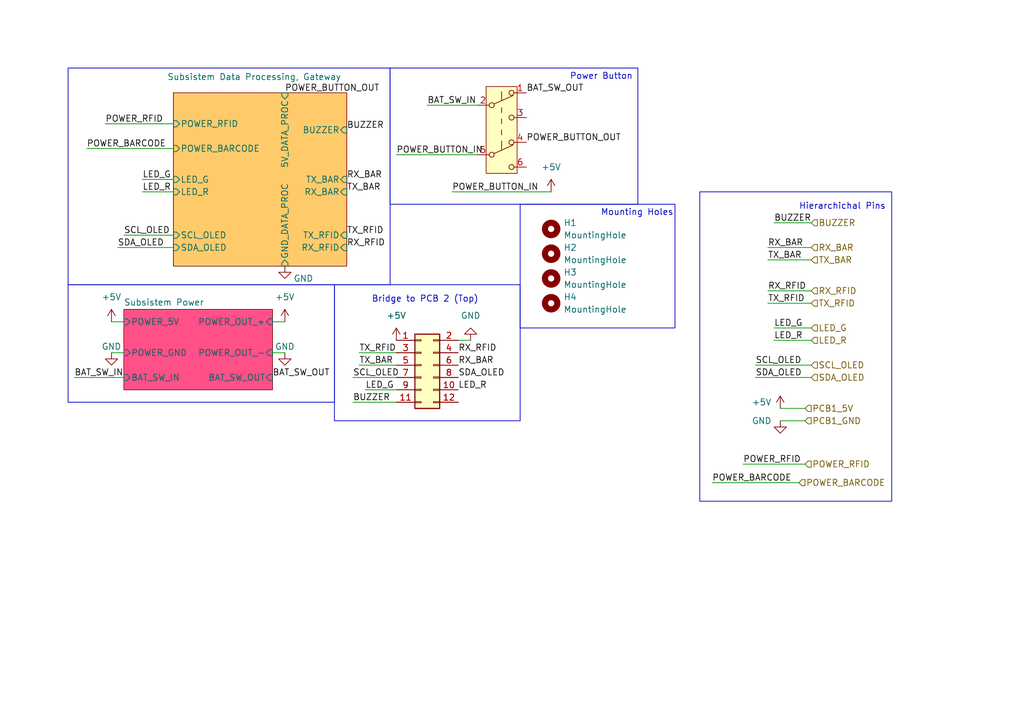
<source format=kicad_sch>
(kicad_sch (version 20230121) (generator eeschema)
  (paper "A5")
  (title_block (title "Data Processing, Power, and Gateway (PCB1)") (date "2024-03-05") (rev "1.5") (company "Institut Teknologi Bandung") (comment 1 "Bostang Palaguna") (comment 2 "Designed By:"))
  (lib_symbols
    (symbol "Connector_Generic:Conn_02x06_Odd_Even" (pin_names (offset 1.016) hide)
      (property "Reference" "J" (at 1.27 7.62 0))
      (property "Value" "Conn_02x06_Odd_Even" (at 1.27 -10.16 0))
      (symbol "Conn_02x06_Odd_Even_1_1"
        (rectangle (start -1.27 -7.493) (end 0 -7.747) (stroke (width 0.1524)))
        (rectangle (start -1.27 -4.953) (end 0 -5.207) (stroke (width 0.1524)))
        (rectangle (start -1.27 -2.413) (end 0 -2.667) (stroke (width 0.1524)))
        (rectangle (start -1.27 0.127) (end 0 -0.127) (stroke (width 0.1524)))
        (rectangle (start -1.27 2.667) (end 0 2.413) (stroke (width 0.1524)))
        (rectangle (start -1.27 5.207) (end 0 4.953) (stroke (width 0.1524)))
        (rectangle (start -1.27 6.35) (end 3.81 -8.89) (stroke (width 0.254)) (fill (type background)))
        (rectangle (start 3.81 -7.493) (end 2.54 -7.747) (stroke (width 0.1524)))
        (rectangle (start 3.81 -4.953) (end 2.54 -5.207) (stroke (width 0.1524)))
        (rectangle (start 3.81 -2.413) (end 2.54 -2.667) (stroke (width 0.1524)))
        (rectangle (start 3.81 0.127) (end 2.54 -0.127) (stroke (width 0.1524)))
        (rectangle (start 3.81 2.667) (end 2.54 2.413) (stroke (width 0.1524)))
        (rectangle (start 3.81 5.207) (end 2.54 4.953) (stroke (width 0.1524)))
        (pin passive line (at -5.08 5.08 0) (length 3.81) (name "Pin_1") (number "1"))
        (pin passive line (at 7.62 -5.08 180) (length 3.81) (name "Pin_10") (number "10"))
        (pin passive line (at -5.08 -7.62 0) (length 3.81) (name "Pin_11") (number "11"))
        (pin passive line (at 7.62 -7.62 180) (length 3.81) (name "Pin_12") (number "12"))
        (pin passive line (at 7.62 5.08 180) (length 3.81) (name "Pin_2") (number "2"))
        (pin passive line (at -5.08 2.54 0) (length 3.81) (name "Pin_3") (number "3"))
        (pin passive line (at 7.62 2.54 180) (length 3.81) (name "Pin_4") (number "4"))
        (pin passive line (at -5.08 0 0) (length 3.81) (name "Pin_5") (number "5"))
        (pin passive line (at 7.62 0 180) (length 3.81) (name "Pin_6") (number "6"))
        (pin passive line (at -5.08 -2.54 0) (length 3.81) (name "Pin_7") (number "7"))
        (pin passive line (at 7.62 -2.54 180) (length 3.81) (name "Pin_8") (number "8"))
        (pin passive line (at -5.08 -5.08 0) (length 3.81) (name "Pin_9") (number "9"))
      )
    )
    (symbol "Mechanical:MountingHole" (pin_names (offset 1.016))
      (property "Reference" "H" (at 0 5.08 0))
      (property "Value" "MountingHole" (at 0 3.175 0))
      (symbol "MountingHole_0_1"
        (circle (center 0 0) (radius 1.27) (stroke (width 1.27)))
      )
    )
    (symbol "Switch:SW_Push_DPDT" (pin_names (offset 0) hide)
      (property "Reference" "SW" (at 0 10.16 0))
      (property "Value" "SW_Push_DPDT" (at 0 -10.16 0))
      (symbol "SW_Push_DPDT_0_0"
        (circle (center -2.032 -5.08) (radius 0.508))
        (circle (center -2.032 5.08) (radius 0.508))
        (circle (center 2.032 -7.62) (radius 0.508))
        (circle (center 2.032 2.54) (radius 0.508))
      )
      (symbol "SW_Push_DPDT_0_1"
        (polyline (pts (xy -1.524 -4.826) (xy 2.3368 -3.0988)))
        (polyline (pts (xy -1.524 5.334) (xy 2.3368 7.0612)))
        (polyline (pts (xy 0 -2.286) (xy 0 -4.064)))
        (polyline (pts (xy 0 -1.016) (xy 0 0)))
        (polyline (pts (xy 0 1.27) (xy 0 2.286)))
        (polyline (pts (xy 0 3.556) (xy 0 4.572)))
        (polyline (pts (xy 0 7.874) (xy 0 6.096)))
        (circle (center 2.032 -2.54) (radius 0.508))
        (circle (center 2.032 7.62) (radius 0.508))
      )
      (symbol "SW_Push_DPDT_1_1"
        (rectangle (start -3.175 8.89) (end 3.175 -8.89) (fill (type background)))
        (pin passive line (at 5.08 7.62 180) (length 2.54) (name "A") (number "1"))
        (pin passive line (at -5.08 5.08 0) (length 2.54) (name "B") (number "2"))
        (pin passive line (at 5.08 2.54 180) (length 2.54) (name "C") (number "3"))
        (pin passive line (at 5.08 -2.54 180) (length 2.54) (name "A") (number "4"))
        (pin passive line (at -5.08 -5.08 0) (length 2.54) (name "B") (number "5"))
        (pin passive line (at 5.08 -7.62 180) (length 2.54) (name "C") (number "6"))
      )
    )
    (symbol "power:+5V" (power) (pin_names (offset 0))
      (property "Value" "+5V" (at 0 3.556 0))
      (symbol "+5V_0_1"
        (polyline (pts (xy -0.762 1.27) (xy 0 2.54)))
        (polyline (pts (xy 0 0) (xy 0 2.54)))
        (polyline (pts (xy 0 2.54) (xy 0.762 1.27)))
      )
      (symbol "+5V_1_1"
        (pin power_in line (at 0 0 90) (length 0) hide (name "+5V") (number "1"))
      )
    )
    (symbol "power:GND" (power) (pin_names (offset 0))
      (property "Value" "GND" (at 0 -3.81 0))
      (symbol "GND_0_1"
        (polyline (pts (xy 0 0) (xy 0 -1.27) (xy 1.27 -1.27) (xy 0 -2.54) (xy -1.27 -1.27) (xy 0 -1.27)))
      )
      (symbol "GND_1_1"
        (pin power_in line (at 0 0 270) (length 0) hide (name "GND") (number "1"))
      )
    )
  )
  (wire (pts (xy 152.4 95.25) (xy 165.1 95.25)))
  (wire (pts (xy 22.86 66.04) (xy 25.4 66.04)))
  (wire (pts (xy 157.48 59.69) (xy 166.37 59.69)))
  (wire (pts (xy 157.48 62.23) (xy 166.37 62.23)))
  (wire (pts (xy 154.94 74.93) (xy 166.37 74.93)))
  (wire (pts (xy 113.03 39.37) (xy 92.71 39.37)))
  (wire (pts (xy 21.59 25.4) (xy 35.56 25.4)))
  (wire (pts (xy 87.63 21.59) (xy 97.79 21.59)))
  (wire (pts (xy 154.94 77.47) (xy 166.37 77.47)))
  (wire (pts (xy 160.02 83.82) (xy 165.1 83.82)))
  (wire (pts (xy 96.52 69.85) (xy 93.98 69.85)))
  (wire (pts (xy 55.88 72.39) (xy 58.42 72.39)))
  (wire (pts (xy 74.93 80.01) (xy 81.28 80.01)))
  (wire (pts (xy 72.39 82.55) (xy 81.28 82.55)))
  (wire (pts (xy 29.21 39.37) (xy 35.56 39.37)))
  (wire (pts (xy 24.13 50.8) (xy 35.56 50.8)))
  (wire (pts (xy 81.28 31.75) (xy 97.79 31.75)))
  (wire (pts (xy 15.24 77.47) (xy 25.4 77.47)))
  (wire (pts (xy 158.75 69.85) (xy 166.37 69.85)))
  (wire (pts (xy 158.75 67.31) (xy 166.37 67.31)))
  (wire (pts (xy 73.66 72.39) (xy 81.28 72.39)))
  (wire (pts (xy 17.78 30.48) (xy 35.56 30.48)))
  (wire (pts (xy 29.21 36.83) (xy 35.56 36.83)))
  (wire (pts (xy 157.48 53.34) (xy 166.37 53.34)))
  (wire (pts (xy 22.86 72.39) (xy 25.4 72.39)))
  (wire (pts (xy 25.4 48.26) (xy 35.56 48.26)))
  (wire (pts (xy 157.48 50.8) (xy 166.37 50.8)))
  (wire (pts (xy 72.39 77.47) (xy 81.28 77.47)))
  (wire (pts (xy 55.88 66.04) (xy 58.42 66.04)))
  (wire (pts (xy 73.66 74.93) (xy 81.28 74.93)))
  (wire (pts (xy 146.05 99.06) (xy 163.83 99.06)))
  (wire (pts (xy 160.02 86.36) (xy 165.1 86.36)))
  (wire (pts (xy 158.75 45.72) (xy 166.37 45.72)))
  (rectangle (start 80.01 13.97) (end 130.81 41.91))
  (rectangle (start 13.97 13.97) (end 80.01 58.42))
  (rectangle (start 143.51 39.37) (end 182.88 102.87))
  (rectangle (start 13.97 58.42) (end 68.58 82.55))
  (rectangle (start 68.58 58.42) (end 106.68 86.36))
  (rectangle (start 106.68 41.91) (end 138.43 67.31))
  (text "Hierarchichal Pins" (at 163.83 43.18 0) (effects (font (size 1.27 1.27)) (justify left bottom)))
  (text "Bridge to PCB 2 (Top)" (at 76.2 62.23 0) (effects (font (size 1.27 1.27)) (justify left bottom)))
  (text "Mounting Holes" (at 123.19 44.45 0) (effects (font (size 1.27 1.27)) (justify left bottom)))
  (text "Power Button" (at 116.84 16.51 0) (effects (font (size 1.27 1.27)) (justify left bottom)))
  (label "LED_R" (at 29.21 39.37 0))
  (label "BAT_SW_OUT" (at 107.95 19.05 0))
  (label "TX_RFID" (at 73.66 72.39 0))
  (label "BUZZER" (at 158.75 45.72 0))
  (label "POWER_BARCODE" (at 146.05 99.06 0))
  (label "POWER_RFID" (at 152.4 95.25 0))
  (label "RX_BAR" (at 71.12 36.83 0))
  (label "POWER_BUTTON_IN" (at 92.71 39.37 0))
  (label "RX_RFID" (at 157.48 59.69 0))
  (label "LED_G" (at 158.75 67.31 0))
  (label "RX_BAR" (at 157.48 50.8 0))
  (label "POWER_RFID" (at 21.59 25.4 0))
  (label "BAT_SW_OUT" (at 55.88 77.47 0))
  (label "SDA_OLED" (at 93.98 77.47 0))
  (label "SDA_OLED" (at 154.94 77.47 0))
  (label "LED_R" (at 93.98 80.01 0))
  (label "TX_BAR" (at 157.48 53.34 0))
  (label "RX_BAR" (at 93.98 74.93 0))
  (label "BUZZER" (at 71.12 26.67 0))
  (label "TX_RFID" (at 157.48 62.23 0))
  (label "BAT_SW_IN" (at 87.63 21.59 0))
  (label "SCL_OLED" (at 154.94 74.93 0))
  (label "LED_G" (at 29.21 36.83 0))
  (label "SCL_OLED" (at 25.4 48.26 0))
  (label "POWER_BUTTON_OUT" (at 107.95 29.21 0))
  (label "TX_BAR" (at 73.66 74.93 0))
  (label "BAT_SW_IN" (at 15.24 77.47 0))
  (label "SCL_OLED" (at 72.39 77.47 0))
  (label "SDA_OLED" (at 24.13 50.8 0))
  (label "BUZZER" (at 72.39 82.55 0))
  (label "TX_RFID" (at 71.12 48.26 0))
  (label "LED_R" (at 158.75 69.85 0))
  (label "POWER_BARCODE" (at 17.78 30.48 0))
  (label "POWER_BUTTON_IN" (at 81.28 31.75 0))
  (label "RX_RFID" (at 71.12 50.8 0))
  (label "LED_G" (at 74.93 80.01 0))
  (label "TX_BAR" (at 71.12 39.37 0))
  (label "POWER_BUTTON_OUT" (at 58.42 19.05 0))
  (label "RX_RFID" (at 93.98 72.39 0))
  (hierarchical_label "POWER_BARCODE" (shape input) (at 163.83 99.06 0))
  (hierarchical_label "PCB1_GND" (shape input) (at 165.1 86.36 0))
  (hierarchical_label "RX_BAR" (shape input) (at 166.37 50.8 0))
  (hierarchical_label "BUZZER" (shape input) (at 166.37 45.72 0))
  (hierarchical_label "LED_R" (shape input) (at 166.37 69.85 0))
  (hierarchical_label "TX_RFID" (shape input) (at 166.37 62.23 0))
  (hierarchical_label "SDA_OLED" (shape input) (at 166.37 77.47 0))
  (hierarchical_label "TX_BAR" (shape input) (at 166.37 53.34 0))
  (hierarchical_label "RX_RFID" (shape input) (at 166.37 59.69 0))
  (hierarchical_label "SCL_OLED" (shape input) (at 166.37 74.93 0))
  (hierarchical_label "POWER_RFID" (shape input) (at 165.1 95.25 0))
  (hierarchical_label "LED_G" (shape input) (at 166.37 67.31 0))
  (hierarchical_label "PCB1_5V" (shape input) (at 165.1 83.82 0))
  (symbol (lib_id "power:GND") (at 160.02 86.36 0) (unit 1)
    (property "Reference" "#PWR032" (effects hide))
    (property "Value" "GND" (at 156.21 86.36 0))
  )
  (symbol (lib_id "power:+5V") (at 113.03 39.37 0) (unit 1)
    (property "Reference" "#PWR09" (effects hide))
    (property "Value" "+5V" (at 113.03 34.29 0))
  )
  (symbol (lib_id "Mechanical:MountingHole") (at 113.03 46.99 0) (unit 1)
    (property "Reference" "H1" (at 115.57 45.72 0) (effects (justify left)))
    (property "Value" "MountingHole" (at 115.57 48.26 0) (effects (justify left)))
    (property "Footprint" "MountingHole:MountingHole_2.2mm_M2" (effects hide))
  )
  (symbol (lib_id "power:+5V") (at 22.86 66.04 0) (unit 1)
    (property "Reference" "#PWR017" (effects hide))
    (property "Value" "+5V" (at 22.86 60.96 0))
  )
  (symbol (lib_id "Mechanical:MountingHole") (at 113.03 57.15 0) (unit 1)
    (property "Reference" "H3" (at 115.57 55.88 0) (effects (justify left)))
    (property "Value" "MountingHole" (at 115.57 58.42 0) (effects (justify left)))
    (property "Footprint" "MountingHole:MountingHole_2.2mm_M2" (effects hide))
  )
  (symbol (lib_id "Switch:SW_Push_DPDT") (at 102.87 26.67 0) (unit 1)
    (property "Reference" "SW2" (effects hide))
    (property "Value" "SW_Push_DPDT" (effects hide))
    (property "Footprint" "Button_Switch_THT:SW_E-Switch_EG2219_DPDT_Angled" (effects hide))
  )
  (symbol (lib_id "Mechanical:MountingHole") (at 113.03 62.23 0) (unit 1)
    (property "Reference" "H4" (at 115.57 60.96 0) (effects (justify left)))
    (property "Value" "MountingHole" (at 115.57 63.5 0) (effects (justify left)))
    (property "Footprint" "MountingHole:MountingHole_2.2mm_M2" (effects hide))
  )
  (symbol (lib_id "power:GND") (at 58.42 72.39 0) (unit 1)
    (property "Reference" "#PWR027" (effects hide))
    (property "Value" "GND" (at 58.42 71.12 0))
  )
  (symbol (lib_id "power:+5V") (at 58.42 66.04 0) (unit 1)
    (property "Reference" "#PWR026" (effects hide))
    (property "Value" "+5V" (at 58.42 60.96 0))
  )
  (symbol (lib_id "Connector_Generic:Conn_02x06_Odd_Even") (at 86.36 74.93 0) (unit 1)
    (property "Reference" "J4" (effects hide))
    (property "Value" "Conn_02x06_Odd_Even" (effects hide))
    (property "Footprint" "Connector_JST:JST_PHD_B12B-PHDSS_2x06_P2.00mm_Vertical" (effects hide))
  )
  (symbol (lib_id "Mechanical:MountingHole") (at 113.03 52.07 0) (unit 1)
    (property "Reference" "H2" (at 115.57 50.8 0) (effects (justify left)))
    (property "Value" "MountingHole" (at 115.57 53.34 0) (effects (justify left)))
    (property "Footprint" "MountingHole:MountingHole_2.2mm_M2" (effects hide))
  )
  (symbol (lib_id "power:GND") (at 22.86 72.39 0) (unit 1)
    (property "Reference" "#PWR018" (effects hide))
    (property "Value" "GND" (at 22.86 71.12 0))
  )
  (symbol (lib_id "power:+5V") (at 81.28 69.85 0) (unit 1)
    (property "Reference" "#PWR011" (effects hide))
    (property "Value" "+5V" (at 81.28 64.77 0))
  )
  (symbol (lib_id "power:GND") (at 96.52 69.85 180) (unit 1)
    (property "Reference" "#PWR012" (effects hide))
    (property "Value" "GND" (at 96.52 64.77 0))
  )
  (symbol (lib_id "power:GND") (at 58.42 54.61 0) (unit 1)
    (property "Reference" "#PWR019" (effects hide))
    (property "Value" "GND" (at 62.23 57.15 0))
  )
  (symbol (lib_id "power:+5V") (at 160.02 83.82 0) (unit 1)
    (property "Reference" "#PWR031" (effects hide))
    (property "Value" "+5V" (at 156.21 82.55 0))
  )
  (sheet (at 25.4 63.5) (size 30.48 16.51) (stroke (width 0.1524)) (fill (color 255 80 135 1.0000))
    (property "Sheetname" "Subsistem Power" (at 25.4 62.7884 0) (effects (justify left bottom)))
    (property "Sheetfile" "Power.kicad_sch" (effects hide))
    (pin "POWER_OUT_+" input (at 55.88 66.04 0))
    (pin "POWER_OUT_-" input (at 55.88 72.39 0))
    (pin "POWER_5V" input (at 25.4 66.04 180))
    (pin "POWER_GND" input (at 25.4 72.39 180))
    (pin "BAT_SW_IN" input (at 25.4 77.47 180))
    (pin "BAT_SW_OUT" input (at 55.88 77.47 0))
  )
  (sheet (at 35.56 19.05) (size 35.56 35.56) (stroke (width 0.1524)) (fill (color 255 203 106 1.0000))
    (property "Sheetname" "Subsistem Data Processing, Gateway" (at 34.29 16.51 0) (effects (justify left bottom)))
    (property "Sheetfile" "PSoC.kicad_sch" (effects hide))
    (pin "RX_BAR" input (at 71.12 39.37 0))
    (pin "RX_RFID" input (at 71.12 50.8 0))
    (pin "TX_RFID" input (at 71.12 48.26 0))
    (pin "TX_BAR" input (at 71.12 36.83 0))
    (pin "GND_DATA_PROC" input (at 58.42 54.61 270))
    (pin "5V_DATA_PROC" input (at 58.42 19.05 90))
    (pin "LED_G" input (at 35.56 36.83 180))
    (pin "LED_R" input (at 35.56 39.37 180))
    (pin "SCL_OLED" input (at 35.56 48.26 180))
    (pin "SDA_OLED" input (at 35.56 50.8 180))
    (pin "BUZZER" input (at 71.12 26.67 0))
    (pin "POWER_BARCODE" input (at 35.56 30.48 180))
    (pin "POWER_RFID" input (at 35.56 25.4 180))
  )
)
</source>
